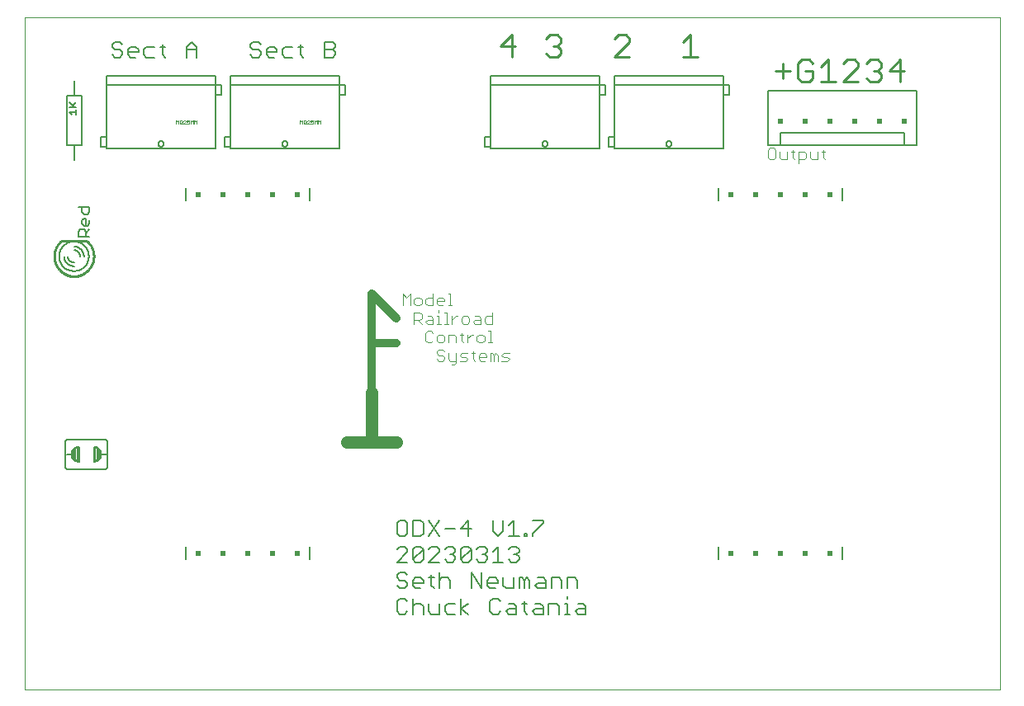
<source format=gto>
G75*
%MOIN*%
%OFA0B0*%
%FSLAX25Y25*%
%IPPOS*%
%LPD*%
%AMOC8*
5,1,8,0,0,1.08239X$1,22.5*
%
%ADD10C,0.00000*%
%ADD11C,0.00700*%
%ADD12C,0.01000*%
%ADD13C,0.00600*%
%ADD14C,0.00500*%
%ADD15C,0.00800*%
%ADD16R,0.02000X0.02000*%
%ADD17C,0.00100*%
%ADD18R,0.01000X0.06000*%
%ADD19R,0.01000X0.05000*%
%ADD20R,0.00500X0.04000*%
%ADD21R,0.00500X0.02000*%
%ADD22R,0.00500X0.00500*%
%ADD23R,0.02300X0.02300*%
%ADD24C,0.00400*%
%ADD25C,0.05000*%
%ADD26C,0.03200*%
D10*
X0001800Y0001800D02*
X0001800Y0273454D01*
X0395501Y0273454D01*
X0395501Y0001800D01*
X0001800Y0001800D01*
D11*
X0152150Y0033201D02*
X0153201Y0032150D01*
X0155303Y0032150D01*
X0156354Y0033201D01*
X0158595Y0032150D02*
X0158595Y0038455D01*
X0159646Y0036354D02*
X0161748Y0036354D01*
X0162799Y0035303D01*
X0162799Y0032150D01*
X0165041Y0033201D02*
X0166092Y0032150D01*
X0169245Y0032150D01*
X0169245Y0036354D01*
X0171486Y0035303D02*
X0171486Y0033201D01*
X0172537Y0032150D01*
X0175690Y0032150D01*
X0177932Y0032150D02*
X0177932Y0038455D01*
X0175690Y0036354D02*
X0172537Y0036354D01*
X0171486Y0035303D01*
X0177932Y0034252D02*
X0181085Y0036354D01*
X0177932Y0034252D02*
X0181085Y0032150D01*
X0189749Y0033201D02*
X0189749Y0037404D01*
X0190800Y0038455D01*
X0192901Y0038455D01*
X0193952Y0037404D01*
X0197245Y0036354D02*
X0199347Y0036354D01*
X0200398Y0035303D01*
X0200398Y0032150D01*
X0197245Y0032150D01*
X0196194Y0033201D01*
X0197245Y0034252D01*
X0200398Y0034252D01*
X0202640Y0036354D02*
X0204742Y0036354D01*
X0203691Y0037404D02*
X0203691Y0033201D01*
X0204742Y0032150D01*
X0206937Y0033201D02*
X0207988Y0034252D01*
X0211140Y0034252D01*
X0211140Y0035303D02*
X0211140Y0032150D01*
X0207988Y0032150D01*
X0206937Y0033201D01*
X0207988Y0036354D02*
X0210089Y0036354D01*
X0211140Y0035303D01*
X0213382Y0036354D02*
X0213382Y0032150D01*
X0217586Y0032150D02*
X0217586Y0035303D01*
X0216535Y0036354D01*
X0213382Y0036354D01*
X0214456Y0042650D02*
X0214456Y0046854D01*
X0217609Y0046854D01*
X0218660Y0045803D01*
X0218660Y0042650D01*
X0220902Y0042650D02*
X0220902Y0046854D01*
X0224055Y0046854D01*
X0225106Y0045803D01*
X0225106Y0042650D01*
X0220879Y0039506D02*
X0220879Y0038455D01*
X0220879Y0036354D02*
X0220879Y0032150D01*
X0219828Y0032150D02*
X0221930Y0032150D01*
X0224125Y0033201D02*
X0225176Y0034252D01*
X0228328Y0034252D01*
X0228328Y0035303D02*
X0228328Y0032150D01*
X0225176Y0032150D01*
X0224125Y0033201D01*
X0225176Y0036354D02*
X0227277Y0036354D01*
X0228328Y0035303D01*
X0220879Y0036354D02*
X0219828Y0036354D01*
X0212215Y0042650D02*
X0209062Y0042650D01*
X0208011Y0043701D01*
X0209062Y0044752D01*
X0212215Y0044752D01*
X0212215Y0045803D02*
X0212215Y0042650D01*
X0212215Y0045803D02*
X0211164Y0046854D01*
X0209062Y0046854D01*
X0205769Y0045803D02*
X0205769Y0042650D01*
X0203667Y0042650D02*
X0203667Y0045803D01*
X0204718Y0046854D01*
X0205769Y0045803D01*
X0203667Y0045803D02*
X0202616Y0046854D01*
X0201565Y0046854D01*
X0201565Y0042650D01*
X0199324Y0042650D02*
X0199324Y0046854D01*
X0199324Y0042650D02*
X0196171Y0042650D01*
X0195120Y0043701D01*
X0195120Y0046854D01*
X0192878Y0045803D02*
X0191827Y0046854D01*
X0189725Y0046854D01*
X0188674Y0045803D01*
X0188674Y0043701D01*
X0189725Y0042650D01*
X0191827Y0042650D01*
X0192878Y0044752D02*
X0188674Y0044752D01*
X0186433Y0042650D02*
X0186433Y0048955D01*
X0182229Y0048955D02*
X0186433Y0042650D01*
X0182229Y0042650D02*
X0182229Y0048955D01*
X0181085Y0053150D02*
X0178983Y0053150D01*
X0177932Y0054201D01*
X0182136Y0058404D01*
X0182136Y0054201D01*
X0181085Y0053150D01*
X0177932Y0054201D02*
X0177932Y0058404D01*
X0178983Y0059455D01*
X0181085Y0059455D01*
X0182136Y0058404D01*
X0184377Y0058404D02*
X0185428Y0059455D01*
X0187530Y0059455D01*
X0188581Y0058404D01*
X0188581Y0057354D01*
X0187530Y0056303D01*
X0188581Y0055252D01*
X0188581Y0054201D01*
X0187530Y0053150D01*
X0185428Y0053150D01*
X0184377Y0054201D01*
X0186479Y0056303D02*
X0187530Y0056303D01*
X0190823Y0057354D02*
X0192925Y0059455D01*
X0192925Y0053150D01*
X0190823Y0053150D02*
X0195027Y0053150D01*
X0197268Y0054201D02*
X0198319Y0053150D01*
X0200421Y0053150D01*
X0201472Y0054201D01*
X0201472Y0055252D01*
X0200421Y0056303D01*
X0199370Y0056303D01*
X0200421Y0056303D02*
X0201472Y0057354D01*
X0201472Y0058404D01*
X0200421Y0059455D01*
X0198319Y0059455D01*
X0197268Y0058404D01*
X0197268Y0063650D02*
X0201472Y0063650D01*
X0199370Y0063650D02*
X0199370Y0069955D01*
X0197268Y0067854D01*
X0195027Y0069955D02*
X0195027Y0065752D01*
X0192925Y0063650D01*
X0190823Y0065752D01*
X0190823Y0069955D01*
X0182136Y0066803D02*
X0177932Y0066803D01*
X0181085Y0069955D01*
X0181085Y0063650D01*
X0175690Y0066803D02*
X0171486Y0066803D01*
X0169245Y0069955D02*
X0165041Y0063650D01*
X0162799Y0064701D02*
X0162799Y0068904D01*
X0161748Y0069955D01*
X0158595Y0069955D01*
X0158595Y0063650D01*
X0161748Y0063650D01*
X0162799Y0064701D01*
X0156354Y0064701D02*
X0156354Y0068904D01*
X0155303Y0069955D01*
X0153201Y0069955D01*
X0152150Y0068904D01*
X0152150Y0064701D01*
X0153201Y0063650D01*
X0155303Y0063650D01*
X0156354Y0064701D01*
X0155303Y0059455D02*
X0153201Y0059455D01*
X0152150Y0058404D01*
X0155303Y0059455D02*
X0156354Y0058404D01*
X0156354Y0057354D01*
X0152150Y0053150D01*
X0156354Y0053150D01*
X0158595Y0054201D02*
X0162799Y0058404D01*
X0162799Y0054201D01*
X0161748Y0053150D01*
X0159646Y0053150D01*
X0158595Y0054201D01*
X0158595Y0058404D01*
X0159646Y0059455D01*
X0161748Y0059455D01*
X0162799Y0058404D01*
X0165041Y0058404D02*
X0166092Y0059455D01*
X0168194Y0059455D01*
X0169245Y0058404D01*
X0169245Y0057354D01*
X0165041Y0053150D01*
X0169245Y0053150D01*
X0171486Y0054201D02*
X0172537Y0053150D01*
X0174639Y0053150D01*
X0175690Y0054201D01*
X0175690Y0055252D01*
X0174639Y0056303D01*
X0173588Y0056303D01*
X0174639Y0056303D02*
X0175690Y0057354D01*
X0175690Y0058404D01*
X0174639Y0059455D01*
X0172537Y0059455D01*
X0171486Y0058404D01*
X0169245Y0063650D02*
X0165041Y0069955D01*
X0169338Y0048955D02*
X0169338Y0042650D01*
X0167143Y0042650D02*
X0166092Y0043701D01*
X0166092Y0047904D01*
X0165041Y0046854D02*
X0167143Y0046854D01*
X0169338Y0045803D02*
X0170389Y0046854D01*
X0172491Y0046854D01*
X0173542Y0045803D01*
X0173542Y0042650D01*
X0165041Y0036354D02*
X0165041Y0033201D01*
X0159646Y0036354D02*
X0158595Y0035303D01*
X0156354Y0037404D02*
X0155303Y0038455D01*
X0153201Y0038455D01*
X0152150Y0037404D01*
X0152150Y0033201D01*
X0153201Y0042650D02*
X0152150Y0043701D01*
X0153201Y0042650D02*
X0155303Y0042650D01*
X0156354Y0043701D01*
X0156354Y0044752D01*
X0155303Y0045803D01*
X0153201Y0045803D01*
X0152150Y0046854D01*
X0152150Y0047904D01*
X0153201Y0048955D01*
X0155303Y0048955D01*
X0156354Y0047904D01*
X0158595Y0045803D02*
X0159646Y0046854D01*
X0161748Y0046854D01*
X0162799Y0045803D01*
X0162799Y0044752D01*
X0158595Y0044752D01*
X0158595Y0043701D02*
X0158595Y0045803D01*
X0158595Y0043701D02*
X0159646Y0042650D01*
X0161748Y0042650D01*
X0189749Y0033201D02*
X0190800Y0032150D01*
X0192901Y0032150D01*
X0193952Y0033201D01*
X0192878Y0044752D02*
X0192878Y0045803D01*
X0203714Y0063650D02*
X0204765Y0063650D01*
X0204765Y0064701D01*
X0203714Y0064701D01*
X0203714Y0063650D01*
X0206937Y0063650D02*
X0206937Y0064701D01*
X0211140Y0068904D01*
X0211140Y0069955D01*
X0206937Y0069955D01*
X0126243Y0257150D02*
X0123090Y0257150D01*
X0123090Y0263455D01*
X0126243Y0263455D01*
X0127294Y0262404D01*
X0127294Y0261354D01*
X0126243Y0260303D01*
X0123090Y0260303D01*
X0126243Y0260303D02*
X0127294Y0259252D01*
X0127294Y0258201D01*
X0126243Y0257150D01*
X0114449Y0257150D02*
X0113398Y0258201D01*
X0113398Y0262404D01*
X0112347Y0261354D02*
X0114449Y0261354D01*
X0110106Y0261354D02*
X0106953Y0261354D01*
X0105902Y0260303D01*
X0105902Y0258201D01*
X0106953Y0257150D01*
X0110106Y0257150D01*
X0103660Y0259252D02*
X0099456Y0259252D01*
X0099456Y0260303D02*
X0100507Y0261354D01*
X0102609Y0261354D01*
X0103660Y0260303D01*
X0103660Y0259252D01*
X0102609Y0257150D02*
X0100507Y0257150D01*
X0099456Y0258201D01*
X0099456Y0260303D01*
X0097215Y0259252D02*
X0097215Y0258201D01*
X0096164Y0257150D01*
X0094062Y0257150D01*
X0093011Y0258201D01*
X0094062Y0260303D02*
X0096164Y0260303D01*
X0097215Y0259252D01*
X0097215Y0262404D02*
X0096164Y0263455D01*
X0094062Y0263455D01*
X0093011Y0262404D01*
X0093011Y0261354D01*
X0094062Y0260303D01*
X0071433Y0260303D02*
X0067229Y0260303D01*
X0067229Y0261354D02*
X0067229Y0257150D01*
X0071433Y0257150D02*
X0071433Y0261354D01*
X0069331Y0263455D01*
X0067229Y0261354D01*
X0058588Y0261354D02*
X0056486Y0261354D01*
X0057537Y0262404D02*
X0057537Y0258201D01*
X0058588Y0257150D01*
X0054245Y0257150D02*
X0051092Y0257150D01*
X0050041Y0258201D01*
X0050041Y0260303D01*
X0051092Y0261354D01*
X0054245Y0261354D01*
X0047799Y0260303D02*
X0047799Y0259252D01*
X0043595Y0259252D01*
X0043595Y0260303D02*
X0044646Y0261354D01*
X0046748Y0261354D01*
X0047799Y0260303D01*
X0046748Y0257150D02*
X0044646Y0257150D01*
X0043595Y0258201D01*
X0043595Y0260303D01*
X0041354Y0259252D02*
X0041354Y0258201D01*
X0040303Y0257150D01*
X0038201Y0257150D01*
X0037150Y0258201D01*
X0038201Y0260303D02*
X0040303Y0260303D01*
X0041354Y0259252D01*
X0041354Y0262404D02*
X0040303Y0263455D01*
X0038201Y0263455D01*
X0037150Y0262404D01*
X0037150Y0261354D01*
X0038201Y0260303D01*
D12*
X0026800Y0183000D02*
X0024800Y0183000D01*
X0018300Y0183000D01*
X0016800Y0183000D01*
X0021800Y0168600D02*
X0021995Y0168611D01*
X0022189Y0168627D01*
X0022383Y0168647D01*
X0022576Y0168673D01*
X0022769Y0168703D01*
X0022961Y0168737D01*
X0023152Y0168776D01*
X0023342Y0168820D01*
X0023531Y0168868D01*
X0023718Y0168921D01*
X0023905Y0168978D01*
X0024090Y0169039D01*
X0024273Y0169106D01*
X0024455Y0169176D01*
X0024635Y0169251D01*
X0024813Y0169330D01*
X0024989Y0169413D01*
X0025163Y0169501D01*
X0025335Y0169592D01*
X0025505Y0169688D01*
X0025673Y0169788D01*
X0025838Y0169892D01*
X0026000Y0170000D01*
X0021800Y0168600D02*
X0021610Y0168611D01*
X0021420Y0168627D01*
X0021230Y0168648D01*
X0021041Y0168673D01*
X0020853Y0168702D01*
X0020665Y0168736D01*
X0020478Y0168774D01*
X0020292Y0168817D01*
X0020107Y0168864D01*
X0019923Y0168915D01*
X0019741Y0168971D01*
X0019560Y0169031D01*
X0019380Y0169095D01*
X0019202Y0169163D01*
X0019026Y0169236D01*
X0018851Y0169312D01*
X0018678Y0169393D01*
X0018507Y0169478D01*
X0018338Y0169567D01*
X0018172Y0169659D01*
X0018007Y0169756D01*
X0025770Y0169853D02*
X0025938Y0169953D01*
X0026105Y0170056D01*
X0026268Y0170163D01*
X0026429Y0170274D01*
X0026587Y0170390D01*
X0026743Y0170509D01*
X0026895Y0170631D01*
X0027044Y0170758D01*
X0027191Y0170888D01*
X0027333Y0171021D01*
X0027473Y0171158D01*
X0027609Y0171299D01*
X0027742Y0171443D01*
X0027871Y0171589D01*
X0027997Y0171740D01*
X0028119Y0171893D01*
X0028237Y0172049D01*
X0028351Y0172207D01*
X0028461Y0172369D01*
X0028568Y0172533D01*
X0028670Y0172700D01*
X0028768Y0172869D01*
X0028862Y0173041D01*
X0028952Y0173215D01*
X0029038Y0173391D01*
X0029119Y0173569D01*
X0029196Y0173749D01*
X0029268Y0173930D01*
X0029336Y0174114D01*
X0029399Y0174299D01*
X0029458Y0174485D01*
X0029512Y0174673D01*
X0029562Y0174863D01*
X0029607Y0175053D01*
X0029648Y0175245D01*
X0029683Y0175437D01*
X0029714Y0175630D01*
X0029740Y0175824D01*
X0029762Y0176018D01*
X0029779Y0176213D01*
X0029790Y0176409D01*
X0029798Y0176604D01*
X0029800Y0176800D01*
X0018035Y0169741D02*
X0017867Y0169834D01*
X0017701Y0169930D01*
X0017537Y0170030D01*
X0017376Y0170135D01*
X0017217Y0170243D01*
X0017061Y0170355D01*
X0016907Y0170471D01*
X0016757Y0170590D01*
X0016609Y0170713D01*
X0016464Y0170839D01*
X0016323Y0170969D01*
X0016184Y0171102D01*
X0016049Y0171239D01*
X0015917Y0171379D01*
X0015789Y0171521D01*
X0015664Y0171667D01*
X0015542Y0171816D01*
X0015424Y0171968D01*
X0015310Y0172122D01*
X0015200Y0172280D01*
X0015093Y0172439D01*
X0014990Y0172602D01*
X0014891Y0172767D01*
X0014796Y0172934D01*
X0014706Y0173103D01*
X0014619Y0173274D01*
X0014536Y0173448D01*
X0014458Y0173623D01*
X0014384Y0173801D01*
X0014314Y0173980D01*
X0014248Y0174160D01*
X0014187Y0174342D01*
X0014130Y0174526D01*
X0014078Y0174711D01*
X0014030Y0174897D01*
X0013986Y0175084D01*
X0013947Y0175272D01*
X0013913Y0175461D01*
X0013883Y0175651D01*
X0013858Y0175841D01*
X0013837Y0176032D01*
X0013821Y0176224D01*
X0013809Y0176416D01*
X0013802Y0176608D01*
X0013800Y0176800D01*
X0026968Y0182907D02*
X0027114Y0182780D01*
X0027256Y0182651D01*
X0027396Y0182517D01*
X0027532Y0182381D01*
X0027665Y0182241D01*
X0027795Y0182098D01*
X0027921Y0181951D01*
X0028043Y0181802D01*
X0028162Y0181650D01*
X0028277Y0181495D01*
X0028389Y0181338D01*
X0028496Y0181178D01*
X0028600Y0181015D01*
X0028699Y0180849D01*
X0028795Y0180682D01*
X0028887Y0180512D01*
X0028974Y0180340D01*
X0029058Y0180166D01*
X0029137Y0179990D01*
X0029211Y0179812D01*
X0029282Y0179632D01*
X0029348Y0179451D01*
X0029410Y0179268D01*
X0029467Y0179084D01*
X0029520Y0178898D01*
X0029568Y0178711D01*
X0029612Y0178523D01*
X0029651Y0178334D01*
X0029686Y0178144D01*
X0029716Y0177954D01*
X0029742Y0177763D01*
X0029763Y0177571D01*
X0029779Y0177378D01*
X0029791Y0177186D01*
X0029798Y0176993D01*
X0029800Y0176800D01*
X0016678Y0182946D02*
X0016530Y0182819D01*
X0016385Y0182689D01*
X0016244Y0182556D01*
X0016105Y0182419D01*
X0015970Y0182279D01*
X0015839Y0182135D01*
X0015711Y0181988D01*
X0015586Y0181839D01*
X0015465Y0181686D01*
X0015348Y0181531D01*
X0015235Y0181372D01*
X0015126Y0181211D01*
X0015021Y0181047D01*
X0014919Y0180881D01*
X0014822Y0180712D01*
X0014729Y0180542D01*
X0014640Y0180368D01*
X0014555Y0180193D01*
X0014475Y0180016D01*
X0014399Y0179837D01*
X0014327Y0179656D01*
X0014260Y0179473D01*
X0014197Y0179289D01*
X0014139Y0179103D01*
X0014085Y0178916D01*
X0014036Y0178728D01*
X0013991Y0178538D01*
X0013951Y0178348D01*
X0013916Y0178156D01*
X0013885Y0177964D01*
X0013859Y0177771D01*
X0013838Y0177577D01*
X0013821Y0177383D01*
X0013809Y0177189D01*
X0013802Y0176995D01*
X0013800Y0176800D01*
X0194008Y0261804D02*
X0200013Y0261804D01*
X0198512Y0257300D02*
X0198512Y0266308D01*
X0194008Y0261804D01*
X0212424Y0264806D02*
X0213925Y0266308D01*
X0216927Y0266308D01*
X0218429Y0264806D01*
X0218429Y0263305D01*
X0216927Y0261804D01*
X0218429Y0260303D01*
X0218429Y0258801D01*
X0216927Y0257300D01*
X0213925Y0257300D01*
X0212424Y0258801D01*
X0215426Y0261804D02*
X0216927Y0261804D01*
X0240047Y0264806D02*
X0241548Y0266308D01*
X0244551Y0266308D01*
X0246052Y0264806D01*
X0246052Y0263305D01*
X0240047Y0257300D01*
X0246052Y0257300D01*
X0267671Y0257300D02*
X0273676Y0257300D01*
X0270673Y0257300D02*
X0270673Y0266308D01*
X0267671Y0263305D01*
X0304800Y0251804D02*
X0310805Y0251804D01*
X0307803Y0254806D02*
X0307803Y0248801D01*
X0314008Y0248801D02*
X0315509Y0247300D01*
X0318512Y0247300D01*
X0320013Y0248801D01*
X0320013Y0251804D01*
X0317010Y0251804D01*
X0314008Y0254806D02*
X0314008Y0248801D01*
X0314008Y0254806D02*
X0315509Y0256308D01*
X0318512Y0256308D01*
X0320013Y0254806D01*
X0323216Y0253305D02*
X0326218Y0256308D01*
X0326218Y0247300D01*
X0323216Y0247300D02*
X0329221Y0247300D01*
X0332424Y0247300D02*
X0338429Y0253305D01*
X0338429Y0254806D01*
X0336927Y0256308D01*
X0333925Y0256308D01*
X0332424Y0254806D01*
X0332424Y0247300D02*
X0338429Y0247300D01*
X0341631Y0248801D02*
X0343133Y0247300D01*
X0346135Y0247300D01*
X0347637Y0248801D01*
X0347637Y0250303D01*
X0346135Y0251804D01*
X0344634Y0251804D01*
X0346135Y0251804D02*
X0347637Y0253305D01*
X0347637Y0254806D01*
X0346135Y0256308D01*
X0343133Y0256308D01*
X0341631Y0254806D01*
X0350839Y0251804D02*
X0356844Y0251804D01*
X0355343Y0247300D02*
X0355343Y0256308D01*
X0350839Y0251804D01*
D13*
X0035300Y0101800D02*
X0035300Y0091800D01*
X0035298Y0091740D01*
X0035293Y0091679D01*
X0035284Y0091620D01*
X0035271Y0091561D01*
X0035255Y0091502D01*
X0035235Y0091445D01*
X0035212Y0091390D01*
X0035185Y0091335D01*
X0035156Y0091283D01*
X0035123Y0091232D01*
X0035087Y0091183D01*
X0035049Y0091137D01*
X0035007Y0091093D01*
X0034963Y0091051D01*
X0034917Y0091013D01*
X0034868Y0090977D01*
X0034817Y0090944D01*
X0034765Y0090915D01*
X0034710Y0090888D01*
X0034655Y0090865D01*
X0034598Y0090845D01*
X0034539Y0090829D01*
X0034480Y0090816D01*
X0034421Y0090807D01*
X0034360Y0090802D01*
X0034300Y0090800D01*
X0019300Y0090800D01*
X0019240Y0090802D01*
X0019179Y0090807D01*
X0019120Y0090816D01*
X0019061Y0090829D01*
X0019002Y0090845D01*
X0018945Y0090865D01*
X0018890Y0090888D01*
X0018835Y0090915D01*
X0018783Y0090944D01*
X0018732Y0090977D01*
X0018683Y0091013D01*
X0018637Y0091051D01*
X0018593Y0091093D01*
X0018551Y0091137D01*
X0018513Y0091183D01*
X0018477Y0091232D01*
X0018444Y0091283D01*
X0018415Y0091335D01*
X0018388Y0091390D01*
X0018365Y0091445D01*
X0018345Y0091502D01*
X0018329Y0091561D01*
X0018316Y0091620D01*
X0018307Y0091679D01*
X0018302Y0091740D01*
X0018300Y0091800D01*
X0018300Y0101800D01*
X0018302Y0101860D01*
X0018307Y0101921D01*
X0018316Y0101980D01*
X0018329Y0102039D01*
X0018345Y0102098D01*
X0018365Y0102155D01*
X0018388Y0102210D01*
X0018415Y0102265D01*
X0018444Y0102317D01*
X0018477Y0102368D01*
X0018513Y0102417D01*
X0018551Y0102463D01*
X0018593Y0102507D01*
X0018637Y0102549D01*
X0018683Y0102587D01*
X0018732Y0102623D01*
X0018783Y0102656D01*
X0018835Y0102685D01*
X0018890Y0102712D01*
X0018945Y0102735D01*
X0019002Y0102755D01*
X0019061Y0102771D01*
X0019120Y0102784D01*
X0019179Y0102793D01*
X0019240Y0102798D01*
X0019300Y0102800D01*
X0034300Y0102800D01*
X0034360Y0102798D01*
X0034421Y0102793D01*
X0034480Y0102784D01*
X0034539Y0102771D01*
X0034598Y0102755D01*
X0034655Y0102735D01*
X0034710Y0102712D01*
X0034765Y0102685D01*
X0034817Y0102656D01*
X0034868Y0102623D01*
X0034917Y0102587D01*
X0034963Y0102549D01*
X0035007Y0102507D01*
X0035049Y0102463D01*
X0035087Y0102417D01*
X0035123Y0102368D01*
X0035156Y0102317D01*
X0035185Y0102265D01*
X0035212Y0102210D01*
X0035235Y0102155D01*
X0035255Y0102098D01*
X0035271Y0102039D01*
X0035284Y0101980D01*
X0035293Y0101921D01*
X0035298Y0101860D01*
X0035300Y0101800D01*
X0029800Y0099800D02*
X0029800Y0093800D01*
X0029908Y0093802D01*
X0030016Y0093808D01*
X0030124Y0093818D01*
X0030232Y0093831D01*
X0030339Y0093849D01*
X0030445Y0093870D01*
X0030550Y0093895D01*
X0030655Y0093924D01*
X0030758Y0093957D01*
X0030860Y0093993D01*
X0030961Y0094034D01*
X0031060Y0094077D01*
X0031157Y0094125D01*
X0031253Y0094175D01*
X0031347Y0094229D01*
X0031438Y0094287D01*
X0031528Y0094348D01*
X0031616Y0094412D01*
X0031701Y0094479D01*
X0031783Y0094549D01*
X0031863Y0094622D01*
X0031940Y0094698D01*
X0032015Y0094777D01*
X0032086Y0094858D01*
X0032155Y0094942D01*
X0032221Y0095028D01*
X0032283Y0095116D01*
X0032342Y0095207D01*
X0032398Y0095300D01*
X0032451Y0095395D01*
X0032500Y0095491D01*
X0032545Y0095590D01*
X0032587Y0095690D01*
X0032625Y0095791D01*
X0032660Y0095894D01*
X0032691Y0095997D01*
X0032718Y0096102D01*
X0032741Y0096208D01*
X0032760Y0096315D01*
X0032776Y0096422D01*
X0032788Y0096530D01*
X0032796Y0096638D01*
X0032800Y0096746D01*
X0032800Y0096854D01*
X0032796Y0096962D01*
X0032788Y0097070D01*
X0032776Y0097178D01*
X0032760Y0097285D01*
X0032741Y0097392D01*
X0032718Y0097498D01*
X0032691Y0097603D01*
X0032660Y0097706D01*
X0032625Y0097809D01*
X0032587Y0097910D01*
X0032545Y0098010D01*
X0032500Y0098109D01*
X0032451Y0098205D01*
X0032398Y0098300D01*
X0032342Y0098393D01*
X0032283Y0098484D01*
X0032221Y0098572D01*
X0032155Y0098658D01*
X0032086Y0098742D01*
X0032015Y0098823D01*
X0031940Y0098902D01*
X0031863Y0098978D01*
X0031783Y0099051D01*
X0031701Y0099121D01*
X0031616Y0099188D01*
X0031528Y0099252D01*
X0031438Y0099313D01*
X0031347Y0099371D01*
X0031253Y0099425D01*
X0031157Y0099475D01*
X0031060Y0099523D01*
X0030961Y0099566D01*
X0030860Y0099607D01*
X0030758Y0099643D01*
X0030655Y0099676D01*
X0030550Y0099705D01*
X0030445Y0099730D01*
X0030339Y0099751D01*
X0030232Y0099769D01*
X0030124Y0099782D01*
X0030016Y0099792D01*
X0029908Y0099798D01*
X0029800Y0099800D01*
X0032800Y0096800D02*
X0034800Y0096800D01*
X0023800Y0099800D02*
X0023692Y0099798D01*
X0023584Y0099792D01*
X0023476Y0099782D01*
X0023368Y0099769D01*
X0023261Y0099751D01*
X0023155Y0099730D01*
X0023050Y0099705D01*
X0022945Y0099676D01*
X0022842Y0099643D01*
X0022740Y0099607D01*
X0022639Y0099566D01*
X0022540Y0099523D01*
X0022443Y0099475D01*
X0022347Y0099425D01*
X0022253Y0099371D01*
X0022162Y0099313D01*
X0022072Y0099252D01*
X0021984Y0099188D01*
X0021899Y0099121D01*
X0021817Y0099051D01*
X0021737Y0098978D01*
X0021660Y0098902D01*
X0021585Y0098823D01*
X0021514Y0098742D01*
X0021445Y0098658D01*
X0021379Y0098572D01*
X0021317Y0098484D01*
X0021258Y0098393D01*
X0021202Y0098300D01*
X0021149Y0098205D01*
X0021100Y0098109D01*
X0021055Y0098010D01*
X0021013Y0097910D01*
X0020975Y0097809D01*
X0020940Y0097706D01*
X0020909Y0097603D01*
X0020882Y0097498D01*
X0020859Y0097392D01*
X0020840Y0097285D01*
X0020824Y0097178D01*
X0020812Y0097070D01*
X0020804Y0096962D01*
X0020800Y0096854D01*
X0020800Y0096746D01*
X0020804Y0096638D01*
X0020812Y0096530D01*
X0020824Y0096422D01*
X0020840Y0096315D01*
X0020859Y0096208D01*
X0020882Y0096102D01*
X0020909Y0095997D01*
X0020940Y0095894D01*
X0020975Y0095791D01*
X0021013Y0095690D01*
X0021055Y0095590D01*
X0021100Y0095491D01*
X0021149Y0095395D01*
X0021202Y0095300D01*
X0021258Y0095207D01*
X0021317Y0095116D01*
X0021379Y0095028D01*
X0021445Y0094942D01*
X0021514Y0094858D01*
X0021585Y0094777D01*
X0021660Y0094698D01*
X0021737Y0094622D01*
X0021817Y0094549D01*
X0021899Y0094479D01*
X0021984Y0094412D01*
X0022072Y0094348D01*
X0022162Y0094287D01*
X0022253Y0094229D01*
X0022347Y0094175D01*
X0022443Y0094125D01*
X0022540Y0094077D01*
X0022639Y0094034D01*
X0022740Y0093993D01*
X0022842Y0093957D01*
X0022945Y0093924D01*
X0023050Y0093895D01*
X0023155Y0093870D01*
X0023261Y0093849D01*
X0023368Y0093831D01*
X0023476Y0093818D01*
X0023584Y0093808D01*
X0023692Y0093802D01*
X0023800Y0093800D01*
X0023800Y0099800D01*
X0020800Y0096800D02*
X0018800Y0096800D01*
X0015800Y0176800D02*
X0015802Y0176954D01*
X0015808Y0177108D01*
X0015818Y0177262D01*
X0015832Y0177416D01*
X0015849Y0177569D01*
X0015871Y0177721D01*
X0015897Y0177873D01*
X0015926Y0178025D01*
X0015960Y0178175D01*
X0015997Y0178325D01*
X0016038Y0178473D01*
X0016083Y0178621D01*
X0016132Y0178767D01*
X0016184Y0178912D01*
X0016240Y0179055D01*
X0016300Y0179198D01*
X0016363Y0179338D01*
X0016430Y0179477D01*
X0016501Y0179614D01*
X0016575Y0179749D01*
X0016652Y0179882D01*
X0016733Y0180014D01*
X0016817Y0180143D01*
X0016905Y0180270D01*
X0016996Y0180394D01*
X0017089Y0180516D01*
X0017187Y0180636D01*
X0017287Y0180753D01*
X0017390Y0180868D01*
X0017496Y0180980D01*
X0017604Y0181089D01*
X0017716Y0181195D01*
X0017830Y0181299D01*
X0017947Y0181399D01*
X0018066Y0181497D01*
X0018188Y0181591D01*
X0018313Y0181682D01*
X0027800Y0176800D02*
X0027798Y0176648D01*
X0027792Y0176497D01*
X0027783Y0176346D01*
X0027769Y0176194D01*
X0027752Y0176044D01*
X0027731Y0175894D01*
X0027706Y0175744D01*
X0027678Y0175595D01*
X0027645Y0175447D01*
X0027609Y0175300D01*
X0027570Y0175153D01*
X0027526Y0175008D01*
X0027479Y0174864D01*
X0027428Y0174721D01*
X0027374Y0174580D01*
X0027316Y0174439D01*
X0027255Y0174301D01*
X0027190Y0174164D01*
X0027121Y0174028D01*
X0027050Y0173895D01*
X0026975Y0173763D01*
X0026896Y0173633D01*
X0026815Y0173506D01*
X0026730Y0173380D01*
X0026642Y0173256D01*
X0026551Y0173135D01*
X0026457Y0173016D01*
X0026359Y0172900D01*
X0026259Y0172786D01*
X0026157Y0172674D01*
X0026051Y0172566D01*
X0025943Y0172460D01*
X0025832Y0172356D01*
X0025718Y0172256D01*
X0025602Y0172158D01*
X0025483Y0172064D01*
X0025786Y0172315D02*
X0025672Y0172217D01*
X0025556Y0172121D01*
X0025438Y0172029D01*
X0025317Y0171939D01*
X0025194Y0171852D01*
X0025069Y0171769D01*
X0024942Y0171689D01*
X0024813Y0171611D01*
X0024682Y0171538D01*
X0024550Y0171467D01*
X0024415Y0171400D01*
X0024279Y0171336D01*
X0024141Y0171276D01*
X0024002Y0171219D01*
X0023862Y0171165D01*
X0023720Y0171115D01*
X0023577Y0171069D01*
X0023433Y0171026D01*
X0023287Y0170987D01*
X0023141Y0170952D01*
X0022994Y0170920D01*
X0022847Y0170892D01*
X0022698Y0170868D01*
X0022549Y0170847D01*
X0022400Y0170830D01*
X0022250Y0170817D01*
X0022100Y0170808D01*
X0021950Y0170802D01*
X0021800Y0170800D01*
X0027800Y0176800D02*
X0027798Y0176952D01*
X0027792Y0177103D01*
X0027783Y0177254D01*
X0027769Y0177406D01*
X0027752Y0177556D01*
X0027731Y0177706D01*
X0027706Y0177856D01*
X0027678Y0178005D01*
X0027645Y0178153D01*
X0027609Y0178300D01*
X0027570Y0178447D01*
X0027526Y0178592D01*
X0027479Y0178736D01*
X0027428Y0178879D01*
X0027374Y0179020D01*
X0027316Y0179161D01*
X0027255Y0179299D01*
X0027190Y0179436D01*
X0027121Y0179572D01*
X0027050Y0179705D01*
X0026975Y0179837D01*
X0026896Y0179967D01*
X0026815Y0180094D01*
X0026730Y0180220D01*
X0026642Y0180344D01*
X0026551Y0180465D01*
X0026457Y0180584D01*
X0026359Y0180700D01*
X0026259Y0180814D01*
X0026157Y0180926D01*
X0026051Y0181034D01*
X0025943Y0181140D01*
X0025832Y0181244D01*
X0025718Y0181344D01*
X0025602Y0181442D01*
X0025483Y0181536D01*
X0021800Y0182800D02*
X0021648Y0182798D01*
X0021496Y0182792D01*
X0021345Y0182783D01*
X0021194Y0182769D01*
X0021043Y0182752D01*
X0020892Y0182731D01*
X0020743Y0182706D01*
X0020593Y0182677D01*
X0020445Y0182645D01*
X0020298Y0182609D01*
X0020151Y0182569D01*
X0020006Y0182525D01*
X0019861Y0182478D01*
X0019718Y0182427D01*
X0019577Y0182373D01*
X0019436Y0182315D01*
X0019297Y0182253D01*
X0019160Y0182188D01*
X0019025Y0182120D01*
X0018891Y0182048D01*
X0018759Y0181972D01*
X0018629Y0181894D01*
X0018501Y0181812D01*
X0018376Y0181727D01*
X0018252Y0181639D01*
X0018131Y0181547D01*
X0018012Y0181453D01*
X0017895Y0181356D01*
X0021800Y0182800D02*
X0021954Y0182798D01*
X0022109Y0182792D01*
X0022263Y0182782D01*
X0022416Y0182768D01*
X0022570Y0182750D01*
X0022723Y0182729D01*
X0022875Y0182703D01*
X0023026Y0182673D01*
X0023177Y0182640D01*
X0023327Y0182602D01*
X0023476Y0182561D01*
X0023623Y0182516D01*
X0023770Y0182467D01*
X0023915Y0182415D01*
X0024059Y0182359D01*
X0024201Y0182299D01*
X0024342Y0182235D01*
X0024481Y0182168D01*
X0024618Y0182097D01*
X0024753Y0182023D01*
X0024887Y0181945D01*
X0025018Y0181864D01*
X0025147Y0181780D01*
X0025274Y0181692D01*
X0025399Y0181601D01*
X0025521Y0181507D01*
X0025641Y0181409D01*
X0021800Y0180800D02*
X0021926Y0180798D01*
X0022051Y0180792D01*
X0022176Y0180782D01*
X0022301Y0180768D01*
X0022426Y0180751D01*
X0022550Y0180729D01*
X0022673Y0180704D01*
X0022795Y0180674D01*
X0022916Y0180641D01*
X0023036Y0180604D01*
X0023155Y0180564D01*
X0023272Y0180519D01*
X0023389Y0180471D01*
X0023503Y0180419D01*
X0023616Y0180364D01*
X0023727Y0180305D01*
X0023836Y0180243D01*
X0023943Y0180177D01*
X0024048Y0180108D01*
X0024151Y0180036D01*
X0024252Y0179961D01*
X0024350Y0179882D01*
X0024445Y0179800D01*
X0024538Y0179716D01*
X0024628Y0179628D01*
X0024716Y0179538D01*
X0024800Y0179445D01*
X0024882Y0179350D01*
X0024961Y0179252D01*
X0025036Y0179151D01*
X0025108Y0179048D01*
X0025177Y0178943D01*
X0025243Y0178836D01*
X0025305Y0178727D01*
X0025364Y0178616D01*
X0025419Y0178503D01*
X0025471Y0178389D01*
X0025519Y0178272D01*
X0025564Y0178155D01*
X0025604Y0178036D01*
X0025641Y0177916D01*
X0025674Y0177795D01*
X0025704Y0177673D01*
X0025729Y0177550D01*
X0025751Y0177426D01*
X0025768Y0177301D01*
X0025782Y0177176D01*
X0025792Y0177051D01*
X0025798Y0176926D01*
X0025800Y0176800D01*
X0021800Y0170800D02*
X0021646Y0170802D01*
X0021491Y0170808D01*
X0021337Y0170818D01*
X0021184Y0170832D01*
X0021030Y0170850D01*
X0020877Y0170871D01*
X0020725Y0170897D01*
X0020574Y0170927D01*
X0020423Y0170960D01*
X0020273Y0170998D01*
X0020124Y0171039D01*
X0019977Y0171084D01*
X0019830Y0171133D01*
X0019685Y0171185D01*
X0019541Y0171241D01*
X0019399Y0171301D01*
X0019258Y0171365D01*
X0019119Y0171432D01*
X0018982Y0171503D01*
X0018847Y0171577D01*
X0018713Y0171655D01*
X0018582Y0171736D01*
X0018453Y0171820D01*
X0018326Y0171908D01*
X0018201Y0171999D01*
X0018079Y0172093D01*
X0017959Y0172191D01*
X0024300Y0176800D02*
X0024298Y0176898D01*
X0024292Y0176996D01*
X0024283Y0177094D01*
X0024269Y0177191D01*
X0024252Y0177288D01*
X0024231Y0177384D01*
X0024206Y0177479D01*
X0024178Y0177573D01*
X0024145Y0177665D01*
X0024110Y0177757D01*
X0024070Y0177847D01*
X0024028Y0177935D01*
X0023981Y0178022D01*
X0023932Y0178106D01*
X0023879Y0178189D01*
X0023823Y0178269D01*
X0023763Y0178348D01*
X0023701Y0178424D01*
X0023636Y0178497D01*
X0023568Y0178568D01*
X0023497Y0178636D01*
X0023424Y0178701D01*
X0023348Y0178763D01*
X0023269Y0178823D01*
X0023189Y0178879D01*
X0023106Y0178932D01*
X0023022Y0178981D01*
X0022935Y0179028D01*
X0022847Y0179070D01*
X0022757Y0179110D01*
X0022665Y0179145D01*
X0022573Y0179178D01*
X0022479Y0179206D01*
X0022384Y0179231D01*
X0022288Y0179252D01*
X0022191Y0179269D01*
X0022094Y0179283D01*
X0021996Y0179292D01*
X0021898Y0179298D01*
X0021800Y0179300D01*
X0017800Y0176800D02*
X0017802Y0176674D01*
X0017808Y0176549D01*
X0017818Y0176424D01*
X0017832Y0176299D01*
X0017849Y0176174D01*
X0017871Y0176050D01*
X0017896Y0175927D01*
X0017926Y0175805D01*
X0017959Y0175684D01*
X0017996Y0175564D01*
X0018036Y0175445D01*
X0018081Y0175328D01*
X0018129Y0175211D01*
X0018181Y0175097D01*
X0018236Y0174984D01*
X0018295Y0174873D01*
X0018357Y0174764D01*
X0018423Y0174657D01*
X0018492Y0174552D01*
X0018564Y0174449D01*
X0018639Y0174348D01*
X0018718Y0174250D01*
X0018800Y0174155D01*
X0018884Y0174062D01*
X0018972Y0173972D01*
X0019062Y0173884D01*
X0019155Y0173800D01*
X0019250Y0173718D01*
X0019348Y0173639D01*
X0019449Y0173564D01*
X0019552Y0173492D01*
X0019657Y0173423D01*
X0019764Y0173357D01*
X0019873Y0173295D01*
X0019984Y0173236D01*
X0020097Y0173181D01*
X0020211Y0173129D01*
X0020328Y0173081D01*
X0020445Y0173036D01*
X0020564Y0172996D01*
X0020684Y0172959D01*
X0020805Y0172926D01*
X0020927Y0172896D01*
X0021050Y0172871D01*
X0021174Y0172849D01*
X0021299Y0172832D01*
X0021424Y0172818D01*
X0021549Y0172808D01*
X0021674Y0172802D01*
X0021800Y0172800D01*
X0021800Y0174300D02*
X0021702Y0174302D01*
X0021604Y0174308D01*
X0021506Y0174317D01*
X0021409Y0174331D01*
X0021312Y0174348D01*
X0021216Y0174369D01*
X0021121Y0174394D01*
X0021027Y0174422D01*
X0020935Y0174455D01*
X0020843Y0174490D01*
X0020753Y0174530D01*
X0020665Y0174572D01*
X0020578Y0174619D01*
X0020494Y0174668D01*
X0020411Y0174721D01*
X0020331Y0174777D01*
X0020252Y0174837D01*
X0020176Y0174899D01*
X0020103Y0174964D01*
X0020032Y0175032D01*
X0019964Y0175103D01*
X0019899Y0175176D01*
X0019837Y0175252D01*
X0019777Y0175331D01*
X0019721Y0175411D01*
X0019668Y0175494D01*
X0019619Y0175578D01*
X0019572Y0175665D01*
X0019530Y0175753D01*
X0019490Y0175843D01*
X0019455Y0175935D01*
X0019422Y0176027D01*
X0019394Y0176121D01*
X0019369Y0176216D01*
X0019348Y0176312D01*
X0019331Y0176409D01*
X0019317Y0176506D01*
X0019308Y0176604D01*
X0019302Y0176702D01*
X0019300Y0176800D01*
X0015800Y0176800D02*
X0015802Y0176650D01*
X0015808Y0176499D01*
X0015817Y0176349D01*
X0015830Y0176200D01*
X0015847Y0176050D01*
X0015868Y0175901D01*
X0015892Y0175753D01*
X0015920Y0175605D01*
X0015952Y0175458D01*
X0015987Y0175312D01*
X0016027Y0175167D01*
X0016069Y0175023D01*
X0016116Y0174880D01*
X0016166Y0174738D01*
X0016219Y0174597D01*
X0016276Y0174458D01*
X0016336Y0174320D01*
X0016400Y0174184D01*
X0016467Y0174050D01*
X0016538Y0173917D01*
X0016612Y0173786D01*
X0016689Y0173657D01*
X0016770Y0173530D01*
X0016853Y0173405D01*
X0016940Y0173282D01*
X0017029Y0173161D01*
X0017122Y0173043D01*
X0017218Y0172927D01*
X0017316Y0172813D01*
X0017417Y0172702D01*
X0017522Y0172593D01*
X0017628Y0172488D01*
X0017738Y0172384D01*
X0017850Y0172284D01*
X0017964Y0172186D01*
X0018081Y0172092D01*
X0018200Y0172000D01*
D14*
X0023546Y0184550D02*
X0023546Y0186802D01*
X0024297Y0187553D01*
X0025798Y0187553D01*
X0026549Y0186802D01*
X0026549Y0184550D01*
X0028050Y0184550D02*
X0023546Y0184550D01*
X0026549Y0186051D02*
X0028050Y0187553D01*
X0027299Y0189154D02*
X0028050Y0189905D01*
X0028050Y0191406D01*
X0026549Y0192156D02*
X0026549Y0189154D01*
X0027299Y0189154D02*
X0025798Y0189154D01*
X0025047Y0189905D01*
X0025047Y0191406D01*
X0025798Y0192156D01*
X0026549Y0192156D01*
X0027299Y0193758D02*
X0025798Y0193758D01*
X0025047Y0194508D01*
X0025047Y0196760D01*
X0023546Y0196760D02*
X0028050Y0196760D01*
X0028050Y0194508D01*
X0027299Y0193758D01*
X0055844Y0222233D02*
X0055846Y0222300D01*
X0055852Y0222366D01*
X0055862Y0222432D01*
X0055876Y0222497D01*
X0055893Y0222561D01*
X0055915Y0222624D01*
X0055940Y0222686D01*
X0055969Y0222746D01*
X0056002Y0222804D01*
X0056037Y0222860D01*
X0056077Y0222914D01*
X0056119Y0222965D01*
X0056164Y0223014D01*
X0056212Y0223060D01*
X0056263Y0223103D01*
X0056316Y0223143D01*
X0056372Y0223180D01*
X0056430Y0223213D01*
X0056489Y0223243D01*
X0056550Y0223269D01*
X0056613Y0223292D01*
X0056677Y0223310D01*
X0056742Y0223325D01*
X0056808Y0223336D01*
X0056874Y0223343D01*
X0056940Y0223346D01*
X0057007Y0223345D01*
X0057073Y0223340D01*
X0057139Y0223331D01*
X0057205Y0223318D01*
X0057269Y0223301D01*
X0057332Y0223281D01*
X0057394Y0223256D01*
X0057455Y0223228D01*
X0057514Y0223197D01*
X0057570Y0223162D01*
X0057625Y0223124D01*
X0057677Y0223082D01*
X0057726Y0223037D01*
X0057773Y0222990D01*
X0057817Y0222940D01*
X0057857Y0222887D01*
X0057895Y0222832D01*
X0057929Y0222775D01*
X0057960Y0222716D01*
X0057987Y0222655D01*
X0058010Y0222593D01*
X0058030Y0222529D01*
X0058046Y0222464D01*
X0058058Y0222399D01*
X0058066Y0222333D01*
X0058070Y0222266D01*
X0058070Y0222200D01*
X0058066Y0222133D01*
X0058058Y0222067D01*
X0058046Y0222002D01*
X0058030Y0221937D01*
X0058010Y0221873D01*
X0057987Y0221811D01*
X0057960Y0221750D01*
X0057929Y0221691D01*
X0057895Y0221634D01*
X0057857Y0221579D01*
X0057817Y0221526D01*
X0057773Y0221476D01*
X0057726Y0221429D01*
X0057677Y0221384D01*
X0057625Y0221342D01*
X0057570Y0221304D01*
X0057513Y0221269D01*
X0057455Y0221238D01*
X0057394Y0221210D01*
X0057332Y0221185D01*
X0057269Y0221165D01*
X0057205Y0221148D01*
X0057139Y0221135D01*
X0057073Y0221126D01*
X0057007Y0221121D01*
X0056940Y0221120D01*
X0056874Y0221123D01*
X0056808Y0221130D01*
X0056742Y0221141D01*
X0056677Y0221156D01*
X0056613Y0221174D01*
X0056550Y0221197D01*
X0056489Y0221223D01*
X0056430Y0221253D01*
X0056372Y0221286D01*
X0056316Y0221323D01*
X0056263Y0221363D01*
X0056212Y0221406D01*
X0056164Y0221452D01*
X0056119Y0221501D01*
X0056077Y0221552D01*
X0056037Y0221606D01*
X0056002Y0221662D01*
X0055969Y0221720D01*
X0055940Y0221780D01*
X0055915Y0221842D01*
X0055893Y0221905D01*
X0055876Y0221969D01*
X0055862Y0222034D01*
X0055852Y0222100D01*
X0055846Y0222166D01*
X0055844Y0222233D01*
X0022750Y0234157D02*
X0022750Y0235959D01*
X0022750Y0235058D02*
X0020048Y0235058D01*
X0020948Y0234157D01*
X0020048Y0237103D02*
X0022750Y0237103D01*
X0021849Y0237103D02*
X0020048Y0238905D01*
X0021399Y0237554D02*
X0022750Y0238905D01*
X0105844Y0222233D02*
X0105846Y0222300D01*
X0105852Y0222366D01*
X0105862Y0222432D01*
X0105876Y0222497D01*
X0105893Y0222561D01*
X0105915Y0222624D01*
X0105940Y0222686D01*
X0105969Y0222746D01*
X0106002Y0222804D01*
X0106037Y0222860D01*
X0106077Y0222914D01*
X0106119Y0222965D01*
X0106164Y0223014D01*
X0106212Y0223060D01*
X0106263Y0223103D01*
X0106316Y0223143D01*
X0106372Y0223180D01*
X0106430Y0223213D01*
X0106489Y0223243D01*
X0106550Y0223269D01*
X0106613Y0223292D01*
X0106677Y0223310D01*
X0106742Y0223325D01*
X0106808Y0223336D01*
X0106874Y0223343D01*
X0106940Y0223346D01*
X0107007Y0223345D01*
X0107073Y0223340D01*
X0107139Y0223331D01*
X0107205Y0223318D01*
X0107269Y0223301D01*
X0107332Y0223281D01*
X0107394Y0223256D01*
X0107455Y0223228D01*
X0107514Y0223197D01*
X0107570Y0223162D01*
X0107625Y0223124D01*
X0107677Y0223082D01*
X0107726Y0223037D01*
X0107773Y0222990D01*
X0107817Y0222940D01*
X0107857Y0222887D01*
X0107895Y0222832D01*
X0107929Y0222775D01*
X0107960Y0222716D01*
X0107987Y0222655D01*
X0108010Y0222593D01*
X0108030Y0222529D01*
X0108046Y0222464D01*
X0108058Y0222399D01*
X0108066Y0222333D01*
X0108070Y0222266D01*
X0108070Y0222200D01*
X0108066Y0222133D01*
X0108058Y0222067D01*
X0108046Y0222002D01*
X0108030Y0221937D01*
X0108010Y0221873D01*
X0107987Y0221811D01*
X0107960Y0221750D01*
X0107929Y0221691D01*
X0107895Y0221634D01*
X0107857Y0221579D01*
X0107817Y0221526D01*
X0107773Y0221476D01*
X0107726Y0221429D01*
X0107677Y0221384D01*
X0107625Y0221342D01*
X0107570Y0221304D01*
X0107513Y0221269D01*
X0107455Y0221238D01*
X0107394Y0221210D01*
X0107332Y0221185D01*
X0107269Y0221165D01*
X0107205Y0221148D01*
X0107139Y0221135D01*
X0107073Y0221126D01*
X0107007Y0221121D01*
X0106940Y0221120D01*
X0106874Y0221123D01*
X0106808Y0221130D01*
X0106742Y0221141D01*
X0106677Y0221156D01*
X0106613Y0221174D01*
X0106550Y0221197D01*
X0106489Y0221223D01*
X0106430Y0221253D01*
X0106372Y0221286D01*
X0106316Y0221323D01*
X0106263Y0221363D01*
X0106212Y0221406D01*
X0106164Y0221452D01*
X0106119Y0221501D01*
X0106077Y0221552D01*
X0106037Y0221606D01*
X0106002Y0221662D01*
X0105969Y0221720D01*
X0105940Y0221780D01*
X0105915Y0221842D01*
X0105893Y0221905D01*
X0105876Y0221969D01*
X0105862Y0222034D01*
X0105852Y0222100D01*
X0105846Y0222166D01*
X0105844Y0222233D01*
X0210844Y0222233D02*
X0210846Y0222300D01*
X0210852Y0222366D01*
X0210862Y0222432D01*
X0210876Y0222497D01*
X0210893Y0222561D01*
X0210915Y0222624D01*
X0210940Y0222686D01*
X0210969Y0222746D01*
X0211002Y0222804D01*
X0211037Y0222860D01*
X0211077Y0222914D01*
X0211119Y0222965D01*
X0211164Y0223014D01*
X0211212Y0223060D01*
X0211263Y0223103D01*
X0211316Y0223143D01*
X0211372Y0223180D01*
X0211430Y0223213D01*
X0211489Y0223243D01*
X0211550Y0223269D01*
X0211613Y0223292D01*
X0211677Y0223310D01*
X0211742Y0223325D01*
X0211808Y0223336D01*
X0211874Y0223343D01*
X0211940Y0223346D01*
X0212007Y0223345D01*
X0212073Y0223340D01*
X0212139Y0223331D01*
X0212205Y0223318D01*
X0212269Y0223301D01*
X0212332Y0223281D01*
X0212394Y0223256D01*
X0212455Y0223228D01*
X0212514Y0223197D01*
X0212570Y0223162D01*
X0212625Y0223124D01*
X0212677Y0223082D01*
X0212726Y0223037D01*
X0212773Y0222990D01*
X0212817Y0222940D01*
X0212857Y0222887D01*
X0212895Y0222832D01*
X0212929Y0222775D01*
X0212960Y0222716D01*
X0212987Y0222655D01*
X0213010Y0222593D01*
X0213030Y0222529D01*
X0213046Y0222464D01*
X0213058Y0222399D01*
X0213066Y0222333D01*
X0213070Y0222266D01*
X0213070Y0222200D01*
X0213066Y0222133D01*
X0213058Y0222067D01*
X0213046Y0222002D01*
X0213030Y0221937D01*
X0213010Y0221873D01*
X0212987Y0221811D01*
X0212960Y0221750D01*
X0212929Y0221691D01*
X0212895Y0221634D01*
X0212857Y0221579D01*
X0212817Y0221526D01*
X0212773Y0221476D01*
X0212726Y0221429D01*
X0212677Y0221384D01*
X0212625Y0221342D01*
X0212570Y0221304D01*
X0212513Y0221269D01*
X0212455Y0221238D01*
X0212394Y0221210D01*
X0212332Y0221185D01*
X0212269Y0221165D01*
X0212205Y0221148D01*
X0212139Y0221135D01*
X0212073Y0221126D01*
X0212007Y0221121D01*
X0211940Y0221120D01*
X0211874Y0221123D01*
X0211808Y0221130D01*
X0211742Y0221141D01*
X0211677Y0221156D01*
X0211613Y0221174D01*
X0211550Y0221197D01*
X0211489Y0221223D01*
X0211430Y0221253D01*
X0211372Y0221286D01*
X0211316Y0221323D01*
X0211263Y0221363D01*
X0211212Y0221406D01*
X0211164Y0221452D01*
X0211119Y0221501D01*
X0211077Y0221552D01*
X0211037Y0221606D01*
X0211002Y0221662D01*
X0210969Y0221720D01*
X0210940Y0221780D01*
X0210915Y0221842D01*
X0210893Y0221905D01*
X0210876Y0221969D01*
X0210862Y0222034D01*
X0210852Y0222100D01*
X0210846Y0222166D01*
X0210844Y0222233D01*
X0260844Y0222233D02*
X0260846Y0222300D01*
X0260852Y0222366D01*
X0260862Y0222432D01*
X0260876Y0222497D01*
X0260893Y0222561D01*
X0260915Y0222624D01*
X0260940Y0222686D01*
X0260969Y0222746D01*
X0261002Y0222804D01*
X0261037Y0222860D01*
X0261077Y0222914D01*
X0261119Y0222965D01*
X0261164Y0223014D01*
X0261212Y0223060D01*
X0261263Y0223103D01*
X0261316Y0223143D01*
X0261372Y0223180D01*
X0261430Y0223213D01*
X0261489Y0223243D01*
X0261550Y0223269D01*
X0261613Y0223292D01*
X0261677Y0223310D01*
X0261742Y0223325D01*
X0261808Y0223336D01*
X0261874Y0223343D01*
X0261940Y0223346D01*
X0262007Y0223345D01*
X0262073Y0223340D01*
X0262139Y0223331D01*
X0262205Y0223318D01*
X0262269Y0223301D01*
X0262332Y0223281D01*
X0262394Y0223256D01*
X0262455Y0223228D01*
X0262514Y0223197D01*
X0262570Y0223162D01*
X0262625Y0223124D01*
X0262677Y0223082D01*
X0262726Y0223037D01*
X0262773Y0222990D01*
X0262817Y0222940D01*
X0262857Y0222887D01*
X0262895Y0222832D01*
X0262929Y0222775D01*
X0262960Y0222716D01*
X0262987Y0222655D01*
X0263010Y0222593D01*
X0263030Y0222529D01*
X0263046Y0222464D01*
X0263058Y0222399D01*
X0263066Y0222333D01*
X0263070Y0222266D01*
X0263070Y0222200D01*
X0263066Y0222133D01*
X0263058Y0222067D01*
X0263046Y0222002D01*
X0263030Y0221937D01*
X0263010Y0221873D01*
X0262987Y0221811D01*
X0262960Y0221750D01*
X0262929Y0221691D01*
X0262895Y0221634D01*
X0262857Y0221579D01*
X0262817Y0221526D01*
X0262773Y0221476D01*
X0262726Y0221429D01*
X0262677Y0221384D01*
X0262625Y0221342D01*
X0262570Y0221304D01*
X0262513Y0221269D01*
X0262455Y0221238D01*
X0262394Y0221210D01*
X0262332Y0221185D01*
X0262269Y0221165D01*
X0262205Y0221148D01*
X0262139Y0221135D01*
X0262073Y0221126D01*
X0262007Y0221121D01*
X0261940Y0221120D01*
X0261874Y0221123D01*
X0261808Y0221130D01*
X0261742Y0221141D01*
X0261677Y0221156D01*
X0261613Y0221174D01*
X0261550Y0221197D01*
X0261489Y0221223D01*
X0261430Y0221253D01*
X0261372Y0221286D01*
X0261316Y0221323D01*
X0261263Y0221363D01*
X0261212Y0221406D01*
X0261164Y0221452D01*
X0261119Y0221501D01*
X0261077Y0221552D01*
X0261037Y0221606D01*
X0261002Y0221662D01*
X0260969Y0221720D01*
X0260940Y0221780D01*
X0260915Y0221842D01*
X0260893Y0221905D01*
X0260876Y0221969D01*
X0260862Y0222034D01*
X0260852Y0222100D01*
X0260846Y0222166D01*
X0260844Y0222233D01*
X0301800Y0221800D02*
X0306800Y0221800D01*
X0306800Y0226800D01*
X0356800Y0226800D01*
X0356800Y0221800D01*
X0306800Y0221800D01*
X0301800Y0221800D02*
X0301800Y0243800D01*
X0361800Y0243800D01*
X0361800Y0221800D01*
X0356800Y0221800D01*
D15*
X0331800Y0204300D02*
X0331800Y0199300D01*
X0284005Y0220265D02*
X0284005Y0245855D01*
X0239910Y0245855D01*
X0239910Y0249792D01*
X0284005Y0249792D01*
X0284005Y0245855D01*
X0284005Y0246052D02*
X0286367Y0246052D01*
X0286367Y0242115D01*
X0284005Y0242115D01*
X0284005Y0220265D02*
X0239910Y0220265D01*
X0239910Y0245855D01*
X0236367Y0246052D02*
X0236367Y0242115D01*
X0234005Y0242115D01*
X0234005Y0245855D02*
X0189910Y0245855D01*
X0189910Y0249792D01*
X0234005Y0249792D01*
X0234005Y0245855D01*
X0234005Y0220265D01*
X0189910Y0220265D01*
X0189910Y0245855D01*
X0189910Y0224989D02*
X0187548Y0224989D01*
X0187548Y0221052D01*
X0189910Y0221052D01*
X0234005Y0246052D02*
X0236367Y0246052D01*
X0237548Y0224989D02*
X0239910Y0224989D01*
X0237548Y0224989D02*
X0237548Y0221052D01*
X0239910Y0221052D01*
X0281800Y0204300D02*
X0281800Y0199300D01*
X0129005Y0220265D02*
X0129005Y0245855D01*
X0084910Y0245855D01*
X0084910Y0249792D01*
X0129005Y0249792D01*
X0129005Y0245855D01*
X0129005Y0246052D02*
X0131367Y0246052D01*
X0131367Y0242115D01*
X0129005Y0242115D01*
X0129005Y0220265D02*
X0084910Y0220265D01*
X0084910Y0245855D01*
X0081367Y0246052D02*
X0081367Y0242115D01*
X0079005Y0242115D01*
X0079005Y0245855D02*
X0034910Y0245855D01*
X0034910Y0249792D01*
X0079005Y0249792D01*
X0079005Y0245855D01*
X0079005Y0220265D01*
X0034910Y0220265D01*
X0034910Y0245855D01*
X0024800Y0241800D02*
X0021800Y0241800D01*
X0021800Y0247800D01*
X0021800Y0241800D02*
X0018800Y0241800D01*
X0018800Y0221800D01*
X0021800Y0221800D01*
X0021800Y0215800D01*
X0021800Y0221800D02*
X0024800Y0221800D01*
X0024800Y0241800D01*
X0032548Y0224989D02*
X0034910Y0224989D01*
X0032548Y0224989D02*
X0032548Y0221052D01*
X0034910Y0221052D01*
X0066800Y0204300D02*
X0066800Y0199300D01*
X0082548Y0221052D02*
X0082548Y0224989D01*
X0084910Y0224989D01*
X0084910Y0221052D02*
X0082548Y0221052D01*
X0081367Y0246052D02*
X0079005Y0246052D01*
X0116800Y0204300D02*
X0116800Y0199300D01*
X0116800Y0059300D02*
X0116800Y0054300D01*
X0066800Y0054300D02*
X0066800Y0059300D01*
X0281800Y0059300D02*
X0281800Y0054300D01*
X0331800Y0054300D02*
X0331800Y0059300D01*
D16*
X0326800Y0056800D03*
X0316800Y0056800D03*
X0306800Y0056800D03*
X0296800Y0056800D03*
X0286800Y0056800D03*
X0111800Y0056800D03*
X0101800Y0056800D03*
X0091800Y0056800D03*
X0081800Y0056800D03*
X0071800Y0056800D03*
X0071800Y0201800D03*
X0081800Y0201800D03*
X0091800Y0201800D03*
X0101800Y0201800D03*
X0111800Y0201800D03*
X0286800Y0201800D03*
X0296800Y0201800D03*
X0306800Y0201800D03*
X0316800Y0201800D03*
X0326800Y0201800D03*
D17*
X0121378Y0230250D02*
X0121378Y0231751D01*
X0120877Y0231251D01*
X0120377Y0231751D01*
X0120377Y0230250D01*
X0119904Y0230250D02*
X0119904Y0231751D01*
X0119404Y0231251D01*
X0118903Y0231751D01*
X0118903Y0230250D01*
X0118431Y0230500D02*
X0118181Y0230250D01*
X0117680Y0230250D01*
X0117430Y0230500D01*
X0117430Y0231001D02*
X0117931Y0231251D01*
X0118181Y0231251D01*
X0118431Y0231001D01*
X0118431Y0230500D01*
X0117430Y0231001D02*
X0117430Y0231751D01*
X0118431Y0231751D01*
X0116958Y0231501D02*
X0116708Y0231751D01*
X0116207Y0231751D01*
X0115957Y0231501D01*
X0115485Y0231501D02*
X0114484Y0230500D01*
X0114734Y0230250D01*
X0115234Y0230250D01*
X0115485Y0230500D01*
X0115485Y0231501D01*
X0115234Y0231751D01*
X0114734Y0231751D01*
X0114484Y0231501D01*
X0114484Y0230500D01*
X0114011Y0230250D02*
X0114011Y0231751D01*
X0113511Y0231251D01*
X0113010Y0231751D01*
X0113010Y0230250D01*
X0115957Y0230250D02*
X0116958Y0231251D01*
X0116958Y0231501D01*
X0116958Y0230250D02*
X0115957Y0230250D01*
X0071378Y0230250D02*
X0071378Y0231751D01*
X0070877Y0231251D01*
X0070377Y0231751D01*
X0070377Y0230250D01*
X0069904Y0230250D02*
X0069904Y0231751D01*
X0069404Y0231251D01*
X0068903Y0231751D01*
X0068903Y0230250D01*
X0068431Y0230500D02*
X0068181Y0230250D01*
X0067680Y0230250D01*
X0067430Y0230500D01*
X0067430Y0231001D02*
X0067931Y0231251D01*
X0068181Y0231251D01*
X0068431Y0231001D01*
X0068431Y0230500D01*
X0067430Y0231001D02*
X0067430Y0231751D01*
X0068431Y0231751D01*
X0066958Y0231501D02*
X0066708Y0231751D01*
X0066207Y0231751D01*
X0065957Y0231501D01*
X0065485Y0231501D02*
X0064484Y0230500D01*
X0064734Y0230250D01*
X0065234Y0230250D01*
X0065485Y0230500D01*
X0065485Y0231501D01*
X0065234Y0231751D01*
X0064734Y0231751D01*
X0064484Y0231501D01*
X0064484Y0230500D01*
X0064011Y0230250D02*
X0064011Y0231751D01*
X0063511Y0231251D01*
X0063010Y0231751D01*
X0063010Y0230250D01*
X0065957Y0230250D02*
X0066958Y0231251D01*
X0066958Y0231501D01*
X0066958Y0230250D02*
X0065957Y0230250D01*
D18*
X0030300Y0096800D03*
X0023300Y0096800D03*
D19*
X0022300Y0096800D03*
X0031300Y0096800D03*
D20*
X0032050Y0096800D03*
X0021550Y0096800D03*
D21*
X0021050Y0096800D03*
X0032550Y0096800D03*
D22*
X0032350Y0097850D03*
X0030850Y0099350D03*
X0032350Y0095650D03*
X0030850Y0094250D03*
X0022750Y0094250D03*
X0021350Y0095750D03*
X0021250Y0097850D03*
X0022650Y0099350D03*
D23*
X0306800Y0231300D03*
X0316800Y0231300D03*
X0326800Y0231300D03*
X0336800Y0231300D03*
X0346800Y0231300D03*
X0356800Y0231300D03*
D24*
X0325020Y0219069D02*
X0323485Y0219069D01*
X0324252Y0219837D02*
X0324252Y0216767D01*
X0325020Y0216000D01*
X0321950Y0216000D02*
X0321950Y0219069D01*
X0318881Y0219069D02*
X0318881Y0216767D01*
X0319648Y0216000D01*
X0321950Y0216000D01*
X0317346Y0216767D02*
X0317346Y0218302D01*
X0316579Y0219069D01*
X0314277Y0219069D01*
X0314277Y0214465D01*
X0314277Y0216000D02*
X0316579Y0216000D01*
X0317346Y0216767D01*
X0312742Y0216000D02*
X0311975Y0216767D01*
X0311975Y0219837D01*
X0311208Y0219069D02*
X0312742Y0219069D01*
X0309673Y0219069D02*
X0309673Y0216000D01*
X0307371Y0216000D01*
X0306604Y0216767D01*
X0306604Y0219069D01*
X0305069Y0219837D02*
X0305069Y0216767D01*
X0304302Y0216000D01*
X0302767Y0216000D01*
X0302000Y0216767D01*
X0302000Y0219837D01*
X0302767Y0220604D01*
X0304302Y0220604D01*
X0305069Y0219837D01*
X0190564Y0154104D02*
X0190564Y0149500D01*
X0188262Y0149500D01*
X0187495Y0150267D01*
X0187495Y0151802D01*
X0188262Y0152569D01*
X0190564Y0152569D01*
X0185960Y0151802D02*
X0185960Y0149500D01*
X0183658Y0149500D01*
X0182891Y0150267D01*
X0183658Y0151035D01*
X0185960Y0151035D01*
X0185960Y0151802D02*
X0185193Y0152569D01*
X0183658Y0152569D01*
X0181356Y0151802D02*
X0181356Y0150267D01*
X0180589Y0149500D01*
X0179054Y0149500D01*
X0178287Y0150267D01*
X0178287Y0151802D01*
X0179054Y0152569D01*
X0180589Y0152569D01*
X0181356Y0151802D01*
X0176752Y0152569D02*
X0175985Y0152569D01*
X0174450Y0151035D01*
X0174450Y0152569D02*
X0174450Y0149500D01*
X0172916Y0149500D02*
X0171381Y0149500D01*
X0172148Y0149500D02*
X0172148Y0154104D01*
X0171381Y0154104D01*
X0169079Y0154104D02*
X0169079Y0154871D01*
X0169079Y0157000D02*
X0168312Y0157767D01*
X0168312Y0159302D01*
X0169079Y0160069D01*
X0170614Y0160069D01*
X0171381Y0159302D01*
X0171381Y0158535D01*
X0168312Y0158535D01*
X0169079Y0157000D02*
X0170614Y0157000D01*
X0172916Y0157000D02*
X0174450Y0157000D01*
X0173683Y0157000D02*
X0173683Y0161604D01*
X0172916Y0161604D01*
X0166777Y0161604D02*
X0166777Y0157000D01*
X0164475Y0157000D01*
X0163708Y0157767D01*
X0163708Y0159302D01*
X0164475Y0160069D01*
X0166777Y0160069D01*
X0162173Y0159302D02*
X0162173Y0157767D01*
X0161406Y0157000D01*
X0159871Y0157000D01*
X0159104Y0157767D01*
X0159104Y0159302D01*
X0159871Y0160069D01*
X0161406Y0160069D01*
X0162173Y0159302D01*
X0157569Y0161604D02*
X0157569Y0157000D01*
X0154500Y0157000D02*
X0154500Y0161604D01*
X0156035Y0160069D01*
X0157569Y0161604D01*
X0159104Y0154104D02*
X0161406Y0154104D01*
X0162173Y0153337D01*
X0162173Y0151802D01*
X0161406Y0151035D01*
X0159104Y0151035D01*
X0160639Y0151035D02*
X0162173Y0149500D01*
X0163708Y0150267D02*
X0164475Y0151035D01*
X0166777Y0151035D01*
X0166777Y0151802D02*
X0166777Y0149500D01*
X0164475Y0149500D01*
X0163708Y0150267D01*
X0164475Y0152569D02*
X0166010Y0152569D01*
X0166777Y0151802D01*
X0168312Y0152569D02*
X0169079Y0152569D01*
X0169079Y0149500D01*
X0168312Y0149500D02*
X0169846Y0149500D01*
X0166777Y0145837D02*
X0166010Y0146604D01*
X0164475Y0146604D01*
X0163708Y0145837D01*
X0163708Y0142767D01*
X0164475Y0142000D01*
X0166010Y0142000D01*
X0166777Y0142767D01*
X0168312Y0142767D02*
X0169079Y0142000D01*
X0170614Y0142000D01*
X0171381Y0142767D01*
X0171381Y0144302D01*
X0170614Y0145069D01*
X0169079Y0145069D01*
X0168312Y0144302D01*
X0168312Y0142767D01*
X0172916Y0142000D02*
X0172916Y0145069D01*
X0175218Y0145069D01*
X0175985Y0144302D01*
X0175985Y0142000D01*
X0178287Y0142767D02*
X0179054Y0142000D01*
X0178287Y0142767D02*
X0178287Y0145837D01*
X0177520Y0145069D02*
X0179054Y0145069D01*
X0180589Y0145069D02*
X0180589Y0142000D01*
X0180589Y0143535D02*
X0182124Y0145069D01*
X0182891Y0145069D01*
X0184426Y0144302D02*
X0184426Y0142767D01*
X0185193Y0142000D01*
X0186727Y0142000D01*
X0187495Y0142767D01*
X0187495Y0144302D01*
X0186727Y0145069D01*
X0185193Y0145069D01*
X0184426Y0144302D01*
X0189029Y0146604D02*
X0189797Y0146604D01*
X0189797Y0142000D01*
X0190564Y0142000D02*
X0189029Y0142000D01*
X0189797Y0137569D02*
X0190564Y0137569D01*
X0191331Y0136802D01*
X0192099Y0137569D01*
X0192866Y0136802D01*
X0192866Y0134500D01*
X0191331Y0134500D02*
X0191331Y0136802D01*
X0189797Y0137569D02*
X0189797Y0134500D01*
X0188262Y0136035D02*
X0185193Y0136035D01*
X0185193Y0136802D02*
X0185960Y0137569D01*
X0187495Y0137569D01*
X0188262Y0136802D01*
X0188262Y0136035D01*
X0187495Y0134500D02*
X0185960Y0134500D01*
X0185193Y0135267D01*
X0185193Y0136802D01*
X0183658Y0137569D02*
X0182124Y0137569D01*
X0182891Y0138337D02*
X0182891Y0135267D01*
X0183658Y0134500D01*
X0180589Y0135267D02*
X0179822Y0136035D01*
X0178287Y0136035D01*
X0177520Y0136802D01*
X0178287Y0137569D01*
X0180589Y0137569D01*
X0180589Y0135267D02*
X0179822Y0134500D01*
X0177520Y0134500D01*
X0175985Y0134500D02*
X0173683Y0134500D01*
X0172916Y0135267D01*
X0172916Y0137569D01*
X0171381Y0138337D02*
X0170614Y0139104D01*
X0169079Y0139104D01*
X0168312Y0138337D01*
X0168312Y0137569D01*
X0169079Y0136802D01*
X0170614Y0136802D01*
X0171381Y0136035D01*
X0171381Y0135267D01*
X0170614Y0134500D01*
X0169079Y0134500D01*
X0168312Y0135267D01*
X0174450Y0132965D02*
X0175218Y0132965D01*
X0175985Y0133733D01*
X0175985Y0137569D01*
X0194401Y0136802D02*
X0195168Y0137569D01*
X0197470Y0137569D01*
X0196703Y0136035D02*
X0195168Y0136035D01*
X0194401Y0136802D01*
X0194401Y0134500D02*
X0196703Y0134500D01*
X0197470Y0135267D01*
X0196703Y0136035D01*
X0159104Y0149500D02*
X0159104Y0154104D01*
D25*
X0141800Y0121800D02*
X0141800Y0101800D01*
X0151800Y0101800D02*
X0131800Y0101800D01*
D26*
X0141800Y0121800D02*
X0141800Y0141800D01*
X0151800Y0141800D01*
X0141800Y0141800D02*
X0141800Y0161800D01*
X0151800Y0151800D01*
M02*

</source>
